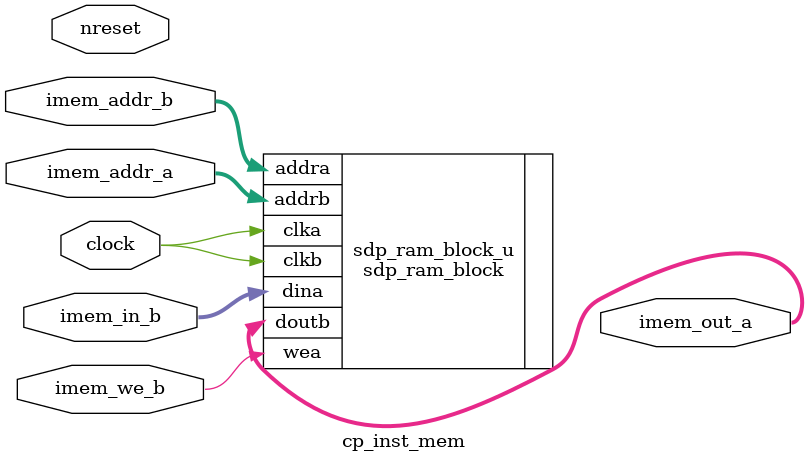
<source format=v>
`timescale 1ns/1ps

/////////////////////////////////////////////////////////////////////////////////////////////
module cp_inst_mem
    #(
		parameter CP_I_WIDTH = 56, 		// CP Instruction width
		parameter IMEM_ADDR_WIDTH = 9	// (2 ^ IMEM_ADDR_WIDTH) * CP_I_WIDTH = IMEM Size
	  )
	(
	nreset,
	clock,

	imem_addr_a,
	imem_out_a,

	imem_addr_b,
	imem_in_b,
	imem_we_b
    );
    
	// Ports //////////////////////////////////////////////////////////////
	input								nreset;
	input 								clock;

	input	[IMEM_ADDR_WIDTH-1:0]		imem_addr_a;
	output	[CP_I_WIDTH-1:0]			imem_out_a;

	input	[IMEM_ADDR_WIDTH-1:0]		imem_addr_b;
	input	[CP_I_WIDTH-1:0]			imem_in_b;
	input								imem_we_b;

	// Instantiations /////////////////////////////////////////////////////
	sdp_ram_block
//	#(
//        .DATA_WIDTH(CP_I_WIDTH),
//        .ADDR_WIDTH(IMEM_ADDR_WIDTH)
//     )
	sdp_ram_block_u		// Simple Dual Port (SDP) RAM
	(
		// Write Port
//		.rsta(!nreset) // TODO
		.clka(clock),
		.addra(imem_addr_b),
		.dina(imem_in_b),
		.wea(imem_we_b),

		// Read Port
//		.rstb(!nreset) // TODO
		.clkb(clock),
		.addrb(imem_addr_a),
		.doutb(imem_out_a)
	);
/////////////////////////////////////////////////////////////////////////////////////////////
endmodule

</source>
